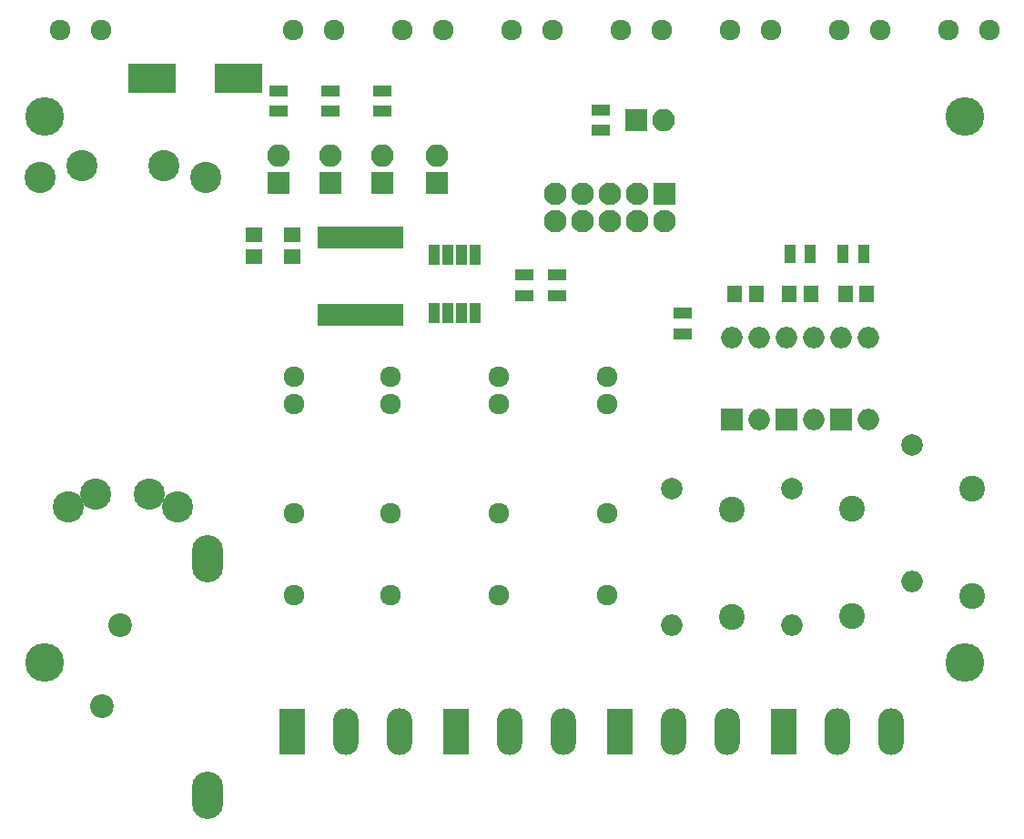
<source format=gts>
G04 #@! TF.FileFunction,Soldermask,Top*
%FSLAX46Y46*%
G04 Gerber Fmt 4.6, Leading zero omitted, Abs format (unit mm)*
G04 Created by KiCad (PCBNEW 4.0.5+dfsg1-4) date Tue Dec 12 22:09:06 2017*
%MOMM*%
%LPD*%
G01*
G04 APERTURE LIST*
%ADD10C,0.100000*%
%ADD11C,2.900000*%
%ADD12C,1.924000*%
%ADD13R,2.100000X2.100000*%
%ADD14C,2.100000*%
%ADD15O,2.899360X4.400500*%
%ADD16C,2.200000*%
%ADD17R,4.400500X2.800300*%
%ADD18R,1.650000X1.400000*%
%ADD19R,1.700000X1.100000*%
%ADD20R,0.850000X2.150000*%
%ADD21R,1.400000X1.650000*%
%ADD22C,2.000000*%
%ADD23O,2.000000X2.000000*%
%ADD24R,1.100000X1.700000*%
%ADD25R,2.000000X2.000000*%
%ADD26O,2.100000X2.100000*%
%ADD27R,1.000000X1.950000*%
%ADD28C,2.400000*%
%ADD29R,2.380000X4.360000*%
%ADD30O,2.380000X4.360000*%
%ADD31C,3.600000*%
G04 APERTURE END LIST*
D10*
D11*
X24932000Y-69310000D03*
X29932000Y-69310000D03*
X19732000Y-39910000D03*
X35132000Y-39910000D03*
X22352000Y-70485000D03*
X32512000Y-70485000D03*
X23622000Y-38735000D03*
X31242000Y-38735000D03*
D12*
X73787000Y-26162000D03*
X77597000Y-26162000D03*
X21590000Y-26162000D03*
X25400000Y-26162000D03*
D13*
X77851000Y-41402000D03*
D14*
X77851000Y-43942000D03*
X75311000Y-41402000D03*
X75311000Y-43942000D03*
X72771000Y-41402000D03*
X72771000Y-43942000D03*
X70231000Y-41402000D03*
X70231000Y-43942000D03*
X67691000Y-41402000D03*
X67691000Y-43942000D03*
D15*
X35306000Y-75359260D03*
X35306000Y-97360740D03*
D16*
X27178000Y-81534000D03*
X25478000Y-89034000D03*
D17*
X38163500Y-30670500D03*
X30162500Y-30670500D03*
D18*
X39624000Y-45228000D03*
X39624000Y-47228000D03*
X43180000Y-45228000D03*
X43180000Y-47228000D03*
D19*
X67818000Y-50861000D03*
X67818000Y-48961000D03*
X64770000Y-50861000D03*
X64770000Y-48961000D03*
X51562000Y-33716000D03*
X51562000Y-31816000D03*
X46736000Y-33716000D03*
X46736000Y-31816000D03*
X41910000Y-33716000D03*
X41910000Y-31816000D03*
D20*
X45955000Y-52622000D03*
X46605000Y-52622000D03*
X47255000Y-52622000D03*
X47905000Y-52622000D03*
X48555000Y-52622000D03*
X49205000Y-52622000D03*
X49855000Y-52622000D03*
X50505000Y-52622000D03*
X51155000Y-52622000D03*
X51805000Y-52622000D03*
X52455000Y-52622000D03*
X53105000Y-52622000D03*
X53105000Y-45422000D03*
X52455000Y-45422000D03*
X51805000Y-45422000D03*
X51155000Y-45422000D03*
X50505000Y-45422000D03*
X49855000Y-45422000D03*
X49205000Y-45422000D03*
X48555000Y-45422000D03*
X47905000Y-45422000D03*
X47255000Y-45422000D03*
X46605000Y-45422000D03*
X45955000Y-45422000D03*
D21*
X84344000Y-50673000D03*
X86344000Y-50673000D03*
X89424000Y-50673000D03*
X91424000Y-50673000D03*
X94631000Y-50673000D03*
X96631000Y-50673000D03*
D19*
X79502000Y-54417000D03*
X79502000Y-52517000D03*
D22*
X78486000Y-68834000D03*
D23*
X78486000Y-81534000D03*
D24*
X91374000Y-46990000D03*
X89474000Y-46990000D03*
D22*
X89662000Y-68834000D03*
D23*
X89662000Y-81534000D03*
D24*
X94427000Y-46990000D03*
X96327000Y-46990000D03*
D22*
X100838000Y-64770000D03*
D23*
X100838000Y-77470000D03*
D25*
X84074000Y-62357000D03*
D23*
X86614000Y-54737000D03*
X86614000Y-62357000D03*
X84074000Y-54737000D03*
D25*
X89154000Y-62357000D03*
D23*
X91694000Y-54737000D03*
X91694000Y-62357000D03*
X89154000Y-54737000D03*
D25*
X94234000Y-62357000D03*
D23*
X96774000Y-54737000D03*
X96774000Y-62357000D03*
X94234000Y-54737000D03*
D12*
X104267000Y-26162000D03*
X108077000Y-26162000D03*
X94107000Y-26162000D03*
X97917000Y-26162000D03*
X83947000Y-26162000D03*
X87757000Y-26162000D03*
X63627000Y-26162000D03*
X67437000Y-26162000D03*
X53467000Y-26162000D03*
X57277000Y-26162000D03*
X43307000Y-26162000D03*
X47117000Y-26162000D03*
D13*
X41910000Y-40386000D03*
D26*
X41910000Y-37846000D03*
D13*
X46736000Y-40386000D03*
D26*
X46736000Y-37846000D03*
D13*
X51562000Y-40386000D03*
D26*
X51562000Y-37846000D03*
D13*
X56642000Y-40386000D03*
D26*
X56642000Y-37846000D03*
D27*
X56388000Y-52484000D03*
X57658000Y-52484000D03*
X58928000Y-52484000D03*
X60198000Y-52484000D03*
X60198000Y-47084000D03*
X58928000Y-47084000D03*
X57658000Y-47084000D03*
X56388000Y-47084000D03*
D12*
X72491600Y-58420000D03*
X72491600Y-60960000D03*
X72491600Y-71120000D03*
X72491600Y-78740000D03*
X52374800Y-58420000D03*
X52374800Y-60960000D03*
X52374800Y-71120000D03*
X52374800Y-78740000D03*
X43383200Y-58420000D03*
X43383200Y-60960000D03*
X43383200Y-71120000D03*
X43383200Y-78740000D03*
X62433200Y-58420000D03*
X62433200Y-60960000D03*
X62433200Y-71120000D03*
X62433200Y-78740000D03*
D28*
X106426000Y-68834000D03*
X106426000Y-78834000D03*
X95250000Y-70713600D03*
X95250000Y-80713600D03*
X84074000Y-70764400D03*
X84074000Y-80764400D03*
D29*
X43180000Y-91440000D03*
D30*
X48180000Y-91440000D03*
X53180000Y-91440000D03*
D29*
X58420000Y-91440000D03*
D30*
X63420000Y-91440000D03*
X68420000Y-91440000D03*
D29*
X73660000Y-91440000D03*
D30*
X78660000Y-91440000D03*
X83660000Y-91440000D03*
D29*
X88900000Y-91440000D03*
D30*
X93900000Y-91440000D03*
X98900000Y-91440000D03*
D19*
X71882000Y-33594000D03*
X71882000Y-35494000D03*
D31*
X20193000Y-34163000D03*
X20193000Y-84963000D03*
X105791000Y-84963000D03*
X105791000Y-34163000D03*
D13*
X75184000Y-34544000D03*
D26*
X77724000Y-34544000D03*
M02*

</source>
